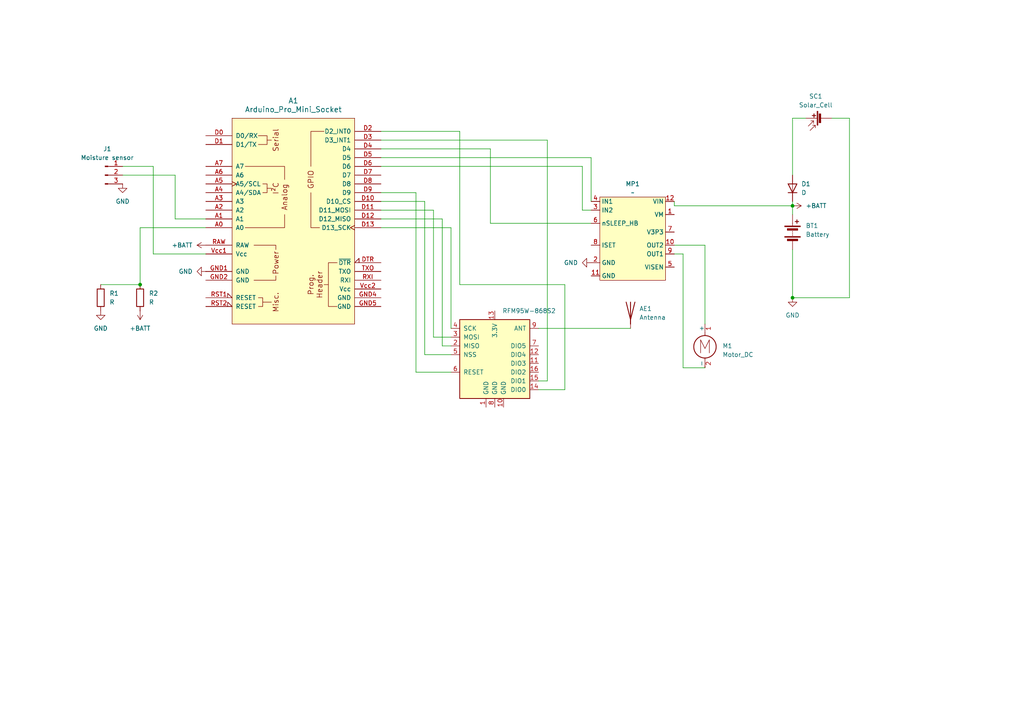
<source format=kicad_sch>
(kicad_sch (version 20231120) (generator "eeschema") (generator_version "8.0")
  (paper "A4")
  (lib_symbols
    (symbol "Connector:Conn_01x03_Pin" (pin_names (offset 1.016) hide)
      (property "Reference" "J" (at 0 5.08 0))
      (property "Value" "Conn_01x03_Pin" (at 0 -5.08 0))
      (symbol "Conn_01x03_Pin_1_1"
        (polyline (pts (xy 1.27 -2.54) (xy 0.8636 -2.54)) (stroke (width 0.1524)))
        (polyline (pts (xy 1.27 0) (xy 0.8636 0)) (stroke (width 0.1524)))
        (polyline (pts (xy 1.27 2.54) (xy 0.8636 2.54)) (stroke (width 0.1524)))
        (rectangle (start 0.8636 -2.413) (end 0 -2.667) (stroke (width 0.1524)) (fill (type outline)))
        (rectangle (start 0.8636 0.127) (end 0 -0.127) (stroke (width 0.1524)) (fill (type outline)))
        (rectangle (start 0.8636 2.667) (end 0 2.413) (stroke (width 0.1524)) (fill (type outline)))
        (pin passive line (at 5.08 2.54 180) (length 3.81) (name "Pin_1") (number "1"))
        (pin passive line (at 5.08 0 180) (length 3.81) (name "Pin_2") (number "2"))
        (pin passive line (at 5.08 -2.54 180) (length 3.81) (name "Pin_3") (number "3"))
      )
    )
    (symbol "Device:Antenna" (pin_numbers hide) (pin_names (offset 1.016) hide)
      (property "Reference" "AE" (at -1.905 1.905 0))
      (property "Value" "Antenna" (at -1.905 0 0))
      (symbol "Antenna_0_1"
        (polyline (pts (xy 0 2.54) (xy 0 -3.81)) (stroke (width 0.254)))
        (polyline (pts (xy 1.27 2.54) (xy 0 -2.54) (xy -1.27 2.54)) (stroke (width 0.254)))
      )
      (symbol "Antenna_1_1"
        (pin input line (at 0 -5.08 90) (length 2.54) (name "A") (number "1"))
      )
    )
    (symbol "Device:Battery" (pin_numbers hide) (pin_names (offset 0) hide)
      (property "Reference" "BT" (at 2.54 2.54 0))
      (property "Value" "Battery" (at 2.54 0 0))
      (symbol "Battery_0_1"
        (rectangle (start -2.286 -1.27) (end 2.286 -1.524) (fill (type outline)))
        (rectangle (start -2.286 1.778) (end 2.286 1.524) (fill (type outline)))
        (rectangle (start -1.524 -2.032) (end 1.524 -2.54) (fill (type outline)))
        (rectangle (start -1.524 1.016) (end 1.524 0.508) (fill (type outline)))
        (polyline (pts (xy 0 -1.016) (xy 0 -0.762)))
        (polyline (pts (xy 0 -0.508) (xy 0 -0.254)))
        (polyline (pts (xy 0 0) (xy 0 0.254)))
        (polyline (pts (xy 0 1.778) (xy 0 2.54)))
        (polyline (pts (xy 0.762 3.048) (xy 1.778 3.048)) (stroke (width 0.254)))
        (polyline (pts (xy 1.27 3.556) (xy 1.27 2.54)) (stroke (width 0.254)))
      )
      (symbol "Battery_1_1"
        (pin passive line (at 0 5.08 270) (length 2.54) (name "+") (number "1"))
        (pin passive line (at 0 -5.08 90) (length 2.54) (name "-") (number "2"))
      )
    )
    (symbol "Device:D" (pin_numbers hide) (pin_names (offset 1.016) hide)
      (property "Reference" "D" (at 0 2.54 0))
      (property "Value" "D" (at 0 -2.54 0))
      (symbol "D_0_1"
        (polyline (pts (xy -1.27 1.27) (xy -1.27 -1.27)) (stroke (width 0.254)))
        (polyline (pts (xy 1.27 0) (xy -1.27 0)))
        (polyline (pts (xy 1.27 1.27) (xy 1.27 -1.27) (xy -1.27 0) (xy 1.27 1.27)) (stroke (width 0.254)))
      )
      (symbol "D_1_1"
        (pin passive line (at -3.81 0 0) (length 2.54) (name "K") (number "1"))
        (pin passive line (at 3.81 0 180) (length 2.54) (name "A") (number "2"))
      )
    )
    (symbol "Device:R" (pin_numbers hide) (pin_names (offset 0))
      (property "Reference" "R" (at 2.032 0 90))
      (property "Value" "R" (at 0 0 90))
      (symbol "R_0_1"
        (rectangle (start -1.016 -2.54) (end 1.016 2.54) (stroke (width 0.254)))
      )
      (symbol "R_1_1"
        (pin passive line (at 0 3.81 270) (length 1.27) (name "~") (number "1"))
        (pin passive line (at 0 -3.81 90) (length 1.27) (name "~") (number "2"))
      )
    )
    (symbol "Device:Solar_Cell" (pin_numbers hide) (pin_names (offset 0) hide)
      (property "Reference" "SC" (at 2.54 2.54 0))
      (property "Value" "Solar_Cell" (at 2.54 0 0))
      (symbol "Solar_Cell_0_1"
        (rectangle (start -2.032 1.778) (end 2.032 1.524) (fill (type outline)))
        (rectangle (start -1.3208 1.1938) (end 1.27 0.6858) (fill (type outline)))
        (polyline (pts (xy -2.032 2.286) (xy -3.556 3.81)))
        (polyline (pts (xy -0.762 2.794) (xy -2.286 4.318)))
        (polyline (pts (xy 0 0.762) (xy 0 0)))
        (polyline (pts (xy 0 1.778) (xy 0 2.54)))
        (polyline (pts (xy 0.254 2.667) (xy 1.27 2.667)) (stroke (width 0.254)))
        (polyline (pts (xy 0.762 3.175) (xy 0.762 2.159)) (stroke (width 0.254)))
        (polyline (pts (xy -2.032 3.048) (xy -2.032 2.286) (xy -2.794 2.286)))
        (polyline (pts (xy -0.762 3.556) (xy -0.762 2.794) (xy -1.524 2.794)))
      )
      (symbol "Solar_Cell_1_1"
        (pin passive line (at 0 5.08 270) (length 2.54) (name "+") (number "1"))
        (pin passive line (at 0 -2.54 90) (length 2.54) (name "-") (number "2"))
      )
    )
    (symbol "Motor:Motor_DC" (pin_names (offset 0))
      (property "Reference" "M" (at 2.54 2.54 0))
      (property "Value" "Motor_DC" (at 2.54 -5.08 0))
      (symbol "Motor_DC_0_0"
        (polyline (pts (xy -1.27 -3.302) (xy -1.27 0.508) (xy 0 -2.032) (xy 1.27 0.508) (xy 1.27 -3.302)))
      )
      (symbol "Motor_DC_0_1"
        (circle (center 0 -1.524) (radius 3.2512) (stroke (width 0.254)))
        (polyline (pts (xy 0 -7.62) (xy 0 -7.112)))
        (polyline (pts (xy 0 -4.7752) (xy 0 -5.1816)))
        (polyline (pts (xy 0 1.7272) (xy 0 2.0828)))
        (polyline (pts (xy 0 2.032) (xy 0 2.54)))
      )
      (symbol "Motor_DC_1_1"
        (pin passive line (at 0 5.08 270) (length 2.54) (name "+") (number "1"))
        (pin passive line (at 0 -7.62 90) (length 2.54) (name "-") (number "2"))
      )
    )
    (symbol "PCM_arduino-library:Arduino_Pro_Mini_Socket" (pin_names (offset 1.016))
      (property "Reference" "A" (at 0 36.83 0))
      (property "Value" "Arduino_Pro_Mini_Socket" (at 0 33.02 0))
      (symbol "Arduino_Pro_Mini_Socket_0_0"
        (rectangle (start -17.78 30.48) (end 17.78 -29.21) (fill (type background)))
        (polyline (pts (xy -7.62 10.16) (xy -6.35 10.16)))
        (polyline (pts (xy -7.62 24.13) (xy -6.35 24.13)))
        (polyline (pts (xy -6.35 -22.86) (xy -8.89 -22.86)))
        (polyline (pts (xy -11.43 -16.51) (xy -5.08 -16.51) (xy -5.08 -15.24)))
        (polyline (pts (xy -5.08 -7.62) (xy -5.08 -6.35) (xy -11.43 -6.35)))
        (polyline (pts (xy -2.54 2.54) (xy -2.54 -1.27) (xy -13.97 -1.27)))
        (polyline (pts (xy -2.54 12.7) (xy -2.54 16.51) (xy -13.97 16.51)))
        (polyline (pts (xy -10.16 25.4) (xy -7.62 25.4) (xy -7.62 22.86) (xy -10.16 22.86)))
        (polyline (pts (xy -8.89 11.43) (xy -7.62 11.43) (xy -7.62 8.89) (xy -8.89 8.89)))
        (polyline (pts (xy 12.7 -11.43) (xy 10.16 -11.43) (xy 10.16 -16.51) (xy 10.16 -17.78) (xy 8.89 -17.78) (xy 10.16 -17.78) (xy 10.16 -24.13) (xy 12.7 -24.13)))
        (text "Analog" (at -2.54 7.62 900) (effects (font (size 1.524 1.524))))
        (text "Header" (at 7.62 -17.78 900) (effects (font (size 1.524 1.524))))
        (text "I²C" (at -5.08 10.16 900) (effects (font (size 1.524 1.524))))
        (text "Misc." (at -5.08 -22.86 900) (effects (font (size 1.524 1.524))))
        (text "Power" (at -5.08 -11.43 900) (effects (font (size 1.524 1.524))))
        (text "Prog." (at 5.08 -17.78 900) (effects (font (size 1.524 1.524))))
        (text "Serial" (at -5.08 24.13 900) (effects (font (size 1.524 1.524))))
      )
      (symbol "Arduino_Pro_Mini_Socket_0_1"
        (polyline (pts (xy 7.62 -1.27) (xy 5.08 -1.27) (xy 5.08 8.89)))
        (polyline (pts (xy 8.89 26.67) (xy 5.08 26.67) (xy 5.08 16.51)))
        (polyline (pts (xy -10.16 -24.13) (xy -8.89 -24.13) (xy -8.89 -21.59) (xy -10.16 -21.59)))
      )
      (symbol "Arduino_Pro_Mini_Socket_1_0"
        (text "GPIO" (at 5.08 12.7 900) (effects (font (size 1.524 1.524))))
      )
      (symbol "Arduino_Pro_Mini_Socket_1_1"
        (pin bidirectional line (at -25.4 -1.27 0) (length 7.62) (name "A0") (number "A0"))
        (pin bidirectional line (at -25.4 1.27 0) (length 7.62) (name "A1") (number "A1"))
        (pin bidirectional line (at -25.4 3.81 0) (length 7.62) (name "A2") (number "A2"))
        (pin bidirectional line (at -25.4 6.35 0) (length 7.62) (name "A3") (number "A3"))
        (pin bidirectional line (at -25.4 8.89 0) (length 7.62) (name "A4/SDA") (number "A4"))
        (pin bidirectional clock (at -25.4 11.43 0) (length 7.62) (name "A5/SCL") (number "A5"))
        (pin input line (at -25.4 13.97 0) (length 7.62) (name "A6") (number "A6"))
        (pin input line (at -25.4 16.51 0) (length 7.62) (name "A7") (number "A7"))
        (pin bidirectional line (at -25.4 25.4 0) (length 7.62) (name "D0/RX") (number "D0"))
        (pin bidirectional line (at -25.4 22.86 0) (length 7.62) (name "D1/TX") (number "D1"))
        (pin bidirectional line (at 25.4 6.35 180) (length 7.62) (name "D10_CS") (number "D10"))
        (pin bidirectional line (at 25.4 3.81 180) (length 7.62) (name "D11_MOSI") (number "D11"))
        (pin bidirectional line (at 25.4 1.27 180) (length 7.62) (name "D12_MISO") (number "D12"))
        (pin bidirectional clock (at 25.4 -1.27 180) (length 7.62) (name "D13_SCK") (number "D13"))
        (pin bidirectional line (at 25.4 26.67 180) (length 7.62) (name "D2_INT0") (number "D2"))
        (pin bidirectional line (at 25.4 24.13 180) (length 7.62) (name "D3_INT1") (number "D3"))
        (pin bidirectional line (at 25.4 21.59 180) (length 7.62) (name "D4") (number "D4"))
        (pin bidirectional line (at 25.4 19.05 180) (length 7.62) (name "D5") (number "D5"))
        (pin bidirectional line (at 25.4 16.51 180) (length 7.62) (name "D6") (number "D6"))
        (pin bidirectional line (at 25.4 13.97 180) (length 7.62) (name "D7") (number "D7"))
        (pin bidirectional line (at 25.4 11.43 180) (length 7.62) (name "D8") (number "D8"))
        (pin bidirectional line (at 25.4 8.89 180) (length 7.62) (name "D9") (number "D9"))
        (pin input input_low (at 25.4 -11.43 180) (length 7.62) (name "~{DTR}") (number "DTR"))
        (pin power_in line (at -25.4 -13.97 0) (length 7.62) (name "GND") (number "GND1"))
        (pin power_in line (at -25.4 -16.51 0) (length 7.62) (name "GND") (number "GND2"))
        (pin power_in line (at 25.4 -21.59 180) (length 7.62) (name "GND") (number "GND4"))
        (pin power_in line (at 25.4 -24.13 180) (length 7.62) (name "GND") (number "GND5"))
        (pin power_in line (at -25.4 -6.35 0) (length 7.62) (name "RAW") (number "RAW"))
        (pin open_collector input_low (at -25.4 -21.59 0) (length 7.62) (name "RESET") (number "RST1"))
        (pin open_collector input_low (at -25.4 -24.13 0) (length 7.62) (name "RESET") (number "RST2"))
        (pin input line (at 25.4 -16.51 180) (length 7.62) (name "RXI") (number "RXI"))
        (pin output line (at 25.4 -13.97 180) (length 7.62) (name "TXO") (number "TXO"))
        (pin power_in line (at -25.4 -8.89 0) (length 7.62) (name "Vcc") (number "Vcc1"))
        (pin power_in line (at 25.4 -19.05 180) (length 7.62) (name "Vcc") (number "Vcc2"))
      )
    )
    (symbol "RF_Module:RFM95W-868S2" (pin_names (offset 1.016))
      (property "Reference" "U" (at -10.414 11.684 0))
      (property "Value" "RFM95W-868S2" (at 1.524 11.43 0))
      (symbol "RFM95W-868S2_0_1"
        (rectangle (start -10.16 10.16) (end 10.16 -12.7) (stroke (width 0.254)) (fill (type background)))
      )
      (symbol "RFM95W-868S2_1_1"
        (pin power_in line (at -2.54 -15.24 90) (length 2.54) (name "GND") (number "1"))
        (pin power_in line (at 2.54 -15.24 90) (length 2.54) (name "GND") (number "10"))
        (pin bidirectional line (at 12.7 -2.54 180) (length 2.54) (name "DIO3") (number "11"))
        (pin bidirectional line (at 12.7 0 180) (length 2.54) (name "DIO4") (number "12"))
        (pin power_in line (at 0 12.7 270) (length 2.54) (name "3.3V") (number "13"))
        (pin bidirectional line (at 12.7 -10.16 180) (length 2.54) (name "DIO0") (number "14"))
        (pin bidirectional line (at 12.7 -7.62 180) (length 2.54) (name "DIO1") (number "15"))
        (pin bidirectional line (at 12.7 -5.08 180) (length 2.54) (name "DIO2") (number "16"))
        (pin output line (at -12.7 2.54 0) (length 2.54) (name "MISO") (number "2"))
        (pin input line (at -12.7 5.08 0) (length 2.54) (name "MOSI") (number "3"))
        (pin input line (at -12.7 7.62 0) (length 2.54) (name "SCK") (number "4"))
        (pin input line (at -12.7 0 0) (length 2.54) (name "NSS") (number "5"))
        (pin bidirectional line (at -12.7 -5.08 0) (length 2.54) (name "RESET") (number "6"))
        (pin bidirectional line (at 12.7 2.54 180) (length 2.54) (name "DIO5") (number "7"))
        (pin power_in line (at 0 -15.24 90) (length 2.54) (name "GND") (number "8"))
        (pin bidirectional line (at 12.7 7.62 180) (length 2.54) (name "ANT") (number "9"))
      )
    )
    (symbol "power:+BATT" (power) (pin_numbers hide) (pin_names (offset 0) hide)
      (property "Value" "+BATT" (at 0 3.556 0))
      (symbol "+BATT_0_1"
        (polyline (pts (xy -0.762 1.27) (xy 0 2.54)))
        (polyline (pts (xy 0 0) (xy 0 2.54)))
        (polyline (pts (xy 0 2.54) (xy 0.762 1.27)))
      )
      (symbol "+BATT_1_1"
        (pin power_in line (at 0 0 90) (length 0) (name "~") (number "1"))
      )
    )
    (symbol "power:GND" (power) (pin_numbers hide) (pin_names (offset 0) hide)
      (property "Value" "GND" (at 0 -3.81 0))
      (symbol "GND_0_1"
        (polyline (pts (xy 0 0) (xy 0 -1.27) (xy 1.27 -1.27) (xy 0 -2.54) (xy -1.27 -1.27) (xy 0 -1.27)))
      )
      (symbol "GND_1_1"
        (pin power_in line (at 0 0 270) (length 0) (name "~") (number "1"))
      )
    )
    (symbol "watering:Driver_Motor{colon}Pololu_MP6550"
      (property "Reference" "MP1" (at -0.635 16.51 0))
      (property "Value" "~" (at -0.635 13.97 0))
      (symbol "Driver_Motor{colon}Pololu_MP6550_1_1"
        (rectangle (start -10.16 12.7) (end 8.89 -11.43) (fill (type background)))
        (pin power_out line (at 11.43 7.62 180) (length 2.54) (name "VM") (number "1"))
        (pin output line (at 11.43 -1.27 180) (length 2.54) (name "OUT2") (number "10"))
        (pin power_out line (at -12.7 -10.16 0) (length 2.54) (name "GND") (number "11"))
        (pin power_in line (at 11.43 11.43 180) (length 2.54) (name "VIN") (number "12"))
        (pin power_out line (at -12.7 -6.35 0) (length 2.54) (name "GND") (number "2"))
        (pin input line (at -12.7 8.89 0) (length 2.54) (name "IN2") (number "3"))
        (pin input line (at -12.7 11.43 0) (length 2.54) (name "IN1") (number "4"))
        (pin input line (at 11.43 -7.62 180) (length 2.54) (name "VISEN") (number "5"))
        (pin input line (at -12.7 5.08 0) (length 2.54) (name "nSLEEP_HB") (number "6"))
        (pin power_out line (at 11.43 2.54 180) (length 2.54) (name "V3P3") (number "7"))
        (pin free line (at -12.7 -1.27 0) (length 2.54) (name "ISET") (number "8"))
        (pin output line (at 11.43 -3.81 180) (length 2.54) (name "OUT1") (number "9"))
      )
    )
  )
  (junction (at 229.87 59.69))
  (junction (at 229.87 86.36))
  (junction (at 40.64 82.55))
  (wire (pts (xy 229.87 59.69) (xy 229.87 62.23)))
  (wire (pts (xy 158.75 40.64) (xy 158.75 110.49)))
  (wire (pts (xy 110.49 45.72) (xy 171.45 45.72)))
  (wire (pts (xy 50.8 50.8) (xy 50.8 63.5)))
  (wire (pts (xy 229.87 72.39) (xy 229.87 86.36)))
  (wire (pts (xy 229.87 59.69) (xy 195.58 59.69)))
  (wire (pts (xy 156.21 95.25) (xy 182.88 95.25)))
  (wire (pts (xy 44.45 73.66) (xy 44.45 48.26)))
  (wire (pts (xy 123.19 58.42) (xy 123.19 102.87)))
  (wire (pts (xy 163.83 82.55) (xy 133.35 82.55)))
  (wire (pts (xy 110.49 63.5) (xy 128.27 63.5)))
  (wire (pts (xy 156.21 110.49) (xy 158.75 110.49)))
  (wire (pts (xy 110.49 43.18) (xy 142.24 43.18)))
  (wire (pts (xy 125.73 60.96) (xy 125.73 97.79)))
  (wire (pts (xy 195.58 73.66) (xy 198.12 73.66)))
  (wire (pts (xy 110.49 55.88) (xy 120.65 55.88)))
  (wire (pts (xy 168.91 48.26) (xy 168.91 60.96)))
  (wire (pts (xy 241.3 34.29) (xy 246.38 34.29)))
  (wire (pts (xy 110.49 38.1) (xy 133.35 38.1)))
  (wire (pts (xy 246.38 34.29) (xy 246.38 86.36)))
  (wire (pts (xy 123.19 102.87) (xy 130.81 102.87)))
  (wire (pts (xy 44.45 48.26) (xy 35.56 48.26)))
  (wire (pts (xy 29.21 82.55) (xy 40.64 82.55)))
  (wire (pts (xy 229.87 86.36) (xy 246.38 86.36)))
  (wire (pts (xy 110.49 60.96) (xy 125.73 60.96)))
  (wire (pts (xy 168.91 60.96) (xy 171.45 60.96)))
  (wire (pts (xy 50.8 63.5) (xy 59.69 63.5)))
  (wire (pts (xy 59.69 73.66) (xy 44.45 73.66)))
  (wire (pts (xy 163.83 113.03) (xy 163.83 82.55)))
  (wire (pts (xy 198.12 73.66) (xy 198.12 106.68)))
  (wire (pts (xy 110.49 40.64) (xy 158.75 40.64)))
  (wire (pts (xy 142.24 43.18) (xy 142.24 64.77)))
  (wire (pts (xy 233.68 34.29) (xy 229.87 34.29)))
  (wire (pts (xy 204.47 71.12) (xy 204.47 93.98)))
  (wire (pts (xy 171.45 45.72) (xy 171.45 58.42)))
  (wire (pts (xy 128.27 100.33) (xy 130.81 100.33)))
  (wire (pts (xy 110.49 66.04) (xy 130.81 66.04)))
  (wire (pts (xy 128.27 63.5) (xy 128.27 100.33)))
  (wire (pts (xy 133.35 82.55) (xy 133.35 38.1)))
  (wire (pts (xy 59.69 66.04) (xy 40.64 66.04)))
  (wire (pts (xy 130.81 66.04) (xy 130.81 95.25)))
  (wire (pts (xy 130.81 97.79) (xy 125.73 97.79)))
  (wire (pts (xy 40.64 66.04) (xy 40.64 82.55)))
  (wire (pts (xy 195.58 71.12) (xy 204.47 71.12)))
  (wire (pts (xy 156.21 113.03) (xy 163.83 113.03)))
  (wire (pts (xy 110.49 48.26) (xy 168.91 48.26)))
  (wire (pts (xy 110.49 58.42) (xy 123.19 58.42)))
  (wire (pts (xy 35.56 50.8) (xy 50.8 50.8)))
  (wire (pts (xy 142.24 64.77) (xy 171.45 64.77)))
  (wire (pts (xy 120.65 107.95) (xy 130.81 107.95)))
  (wire (pts (xy 198.12 106.68) (xy 204.47 106.68)))
  (wire (pts (xy 120.65 55.88) (xy 120.65 107.95)))
  (wire (pts (xy 195.58 59.69) (xy 195.58 58.42)))
  (wire (pts (xy 229.87 58.42) (xy 229.87 59.69)))
  (wire (pts (xy 229.87 34.29) (xy 229.87 50.8)))
  (symbol (lib_id "power:+BATT") (at 40.64 90.17 180) (unit 1)
    (property "Reference" "#PWR07" (effects (hide yes)))
    (property "Value" "+BATT" (at 40.64 95.25 0))
    (property "Description" "Power symbol creates a global label with name \"+BATT\"" (effects (hide yes)))
  )
  (symbol (lib_id "Device:R") (at 40.64 86.36 0) (unit 1)
    (property "Reference" "R2" (at 43.18 85.0899 0) (effects (justify left)))
    (property "Value" "R" (at 43.18 87.6299 0) (effects (justify left)))
    (property "Footprint" "Resistor_THT:R_Axial_DIN0207_L6.3mm_D2.5mm_P10.16mm_Horizontal" (effects (hide yes)))
    (property "Description" "Resistor" (effects (hide yes)))
  )
  (symbol (lib_id "Device:Solar_Cell") (at 238.76 34.29 90) (unit 1)
    (property "Reference" "SC1" (at 236.601 27.94 90))
    (property "Value" "Solar_Cell" (at 236.601 30.48 90))
    (property "Footprint" "Connector_JST:JST_EH_B2B-EH-A_1x02_P2.50mm_Vertical" (effects (hide yes)))
    (property "Description" "Single solar cell" (effects (hide yes)))
  )
  (symbol (lib_id "Device:R") (at 29.21 86.36 0) (unit 1)
    (property "Reference" "R1" (at 31.75 85.0899 0) (effects (justify left)))
    (property "Value" "R" (at 31.75 87.6299 0) (effects (justify left)))
    (property "Footprint" "Resistor_THT:R_Axial_DIN0207_L6.3mm_D2.5mm_P10.16mm_Horizontal" (effects (hide yes)))
    (property "Description" "Resistor" (effects (hide yes)))
  )
  (symbol (lib_id "Connector:Conn_01x03_Pin") (at 30.48 50.8 0) (unit 1)
    (property "Reference" "J1" (at 31.115 43.18 0))
    (property "Value" "Moisture sensor" (at 31.115 45.72 0))
    (property "Footprint" "Connector_JST:JST_EH_B3B-EH-A_1x03_P2.50mm_Vertical" (effects (hide yes)))
    (property "Description" "Generic connector, single row, 01x03, script generated" (effects (hide yes)))
  )
  (symbol (lib_id "power:GND") (at 171.45 76.2 270) (unit 1)
    (property "Reference" "#PWR05" (effects (hide yes)))
    (property "Value" "GND" (at 167.64 76.1999 90) (effects (justify right)))
    (property "Description" "Power symbol creates a global label with name \"GND\" , ground" (effects (hide yes)))
  )
  (symbol (lib_id "power:GND") (at 29.21 90.17 0) (unit 1)
    (property "Reference" "#PWR06" (effects (hide yes)))
    (property "Value" "GND" (at 29.21 95.25 0))
    (property "Description" "Power symbol creates a global label with name \"GND\" , ground" (effects (hide yes)))
  )
  (symbol (lib_id "power:GND") (at 35.56 53.34 0) (unit 1)
    (property "Reference" "#PWR8" (effects (hide yes)))
    (property "Value" "GND" (at 35.56 58.42 0))
    (property "Description" "Power symbol creates a global label with name \"GND\" , ground" (effects (hide yes)))
  )
  (symbol (lib_id "power:+BATT") (at 59.69 71.12 90) (unit 1)
    (property "Reference" "#PWR03" (effects (hide yes)))
    (property "Value" "+BATT" (at 55.88 71.1199 90) (effects (justify left)))
    (property "Description" "Power symbol creates a global label with name \"+BATT\"" (effects (hide yes)))
  )
  (symbol (lib_id "PCM_arduino-library:Arduino_Pro_Mini_Socket") (at 85.09 64.77 0) (unit 1)
    (property "Reference" "A1" (at 85.09 29.21 0) (effects (font (size 1.524 1.524))))
    (property "Value" "Arduino_Pro_Mini_Socket" (at 85.09 31.75 0) (effects (font (size 1.524 1.524))))
    (property "Footprint" "PCM_arduino-library:Arduino_Pro_Mini_Socket" (effects (hide yes)))
    (property "Datasheet" "https://docs.arduino.cc/retired/boards/arduino-pro-mini" (effects (hide yes)))
    (property "Description" "Socket for Arduino Pro Mini" (effects (hide yes)))
  )
  (symbol (lib_id "Motor:Motor_DC") (at 204.47 99.06 0) (unit 1)
    (property "Reference" "M1" (at 209.55 100.3299 0) (effects (justify left)))
    (property "Value" "Motor_DC" (at 209.55 102.8699 0) (effects (justify left)))
    (property "Footprint" "Connector_JST:JST_EH_B2B-EH-A_1x02_P2.50mm_Vertical" (effects (hide yes)))
    (property "Description" "DC Motor" (effects (hide yes)))
  )
  (symbol (lib_id "RF_Module:RFM95W-868S2") (at 143.51 102.87 0) (unit 1)
    (property "Reference" "U1" (effects (hide yes)))
    (property "Value" "RFM95W-868S2" (at 145.7041 90.17 0) (effects (justify left)))
    (property "Footprint" "RF_Module:HOPERF_RFM9XW_THT" (effects (hide yes)))
    (property "Datasheet" "https://www.hoperf.com/data/upload/portal/20181127/5bfcbea20e9ef.pdf" (effects (hide yes)))
    (property "Description" "Low power long range transceiver module, SPI and parallel interface, 868 MHz, spreading factor 6 to12, bandwidth 7.8 to 500kHz, -111 to -148 dBm, SMD-16, DIP-16" (effects (hide yes)))
  )
  (symbol (lib_id "Device:Battery") (at 229.87 67.31 0) (unit 1)
    (property "Reference" "BT1" (at 233.68 65.4684 0) (effects (justify left)))
    (property "Value" "Battery" (at 233.68 68.0084 0) (effects (justify left)))
    (property "Footprint" "Connector_JST:JST_EH_B2B-EH-A_1x02_P2.50mm_Vertical" (effects (hide yes)))
    (property "Description" "Multiple-cell battery" (effects (hide yes)))
  )
  (symbol (lib_id "power:GND") (at 59.69 78.74 270) (unit 1)
    (property "Reference" "#PWR04" (effects (hide yes)))
    (property "Value" "GND" (at 55.88 78.7399 90) (effects (justify right)))
    (property "Description" "Power symbol creates a global label with name \"GND\" , ground" (effects (hide yes)))
  )
  (symbol (lib_id "power:+BATT") (at 229.87 59.69 270) (unit 1)
    (property "Reference" "#PWR02" (effects (hide yes)))
    (property "Value" "+BATT" (at 233.68 59.6899 90) (effects (justify left)))
    (property "Description" "Power symbol creates a global label with name \"+BATT\"" (effects (hide yes)))
  )
  (symbol (lib_id "power:GND") (at 229.87 86.36 0) (unit 1)
    (property "Reference" "#PWR01" (effects (hide yes)))
    (property "Value" "GND" (at 229.87 91.44 0))
    (property "Description" "Power symbol creates a global label with name \"GND\" , ground" (effects (hide yes)))
  )
  (symbol (lib_id "Device:Antenna") (at 182.88 90.17 0) (unit 1)
    (property "Reference" "AE1" (at 185.42 89.5349 0) (effects (justify left)))
    (property "Value" "Antenna" (at 185.42 92.0749 0) (effects (justify left)))
    (property "Footprint" "Connector_PinSocket_2.54mm:PinSocket_1x01_P2.54mm_Vertical" (effects (hide yes)))
    (property "Description" "Antenna" (effects (hide yes)))
  )
  (symbol (lib_id "Device:D") (at 229.87 54.61 90) (unit 1)
    (property "Reference" "D1" (at 232.41 53.3399 90) (effects (justify right)))
    (property "Value" "D" (at 232.41 55.8799 90) (effects (justify right)))
    (property "Footprint" "Diode_THT:D_T-1_P10.16mm_Horizontal" (effects (hide yes)))
    (property "Description" "Diode" (effects (hide yes)))
    (property "Sim.Device" "D" (effects (hide yes)))
    (property "Sim.Pins" "1=K 2=A" (effects (hide yes)))
  )
  (symbol (lib_id "watering:Driver_Motor{colon}Pololu_MP6550") (at 184.15 69.85 0) (unit 1)
    (property "Reference" "MP1" (at 183.515 53.34 0))
    (property "Value" "~" (at 183.515 55.88 0))
    (property "Footprint" "watering:MP6550" (effects (hide yes)))
  )
)
</source>
